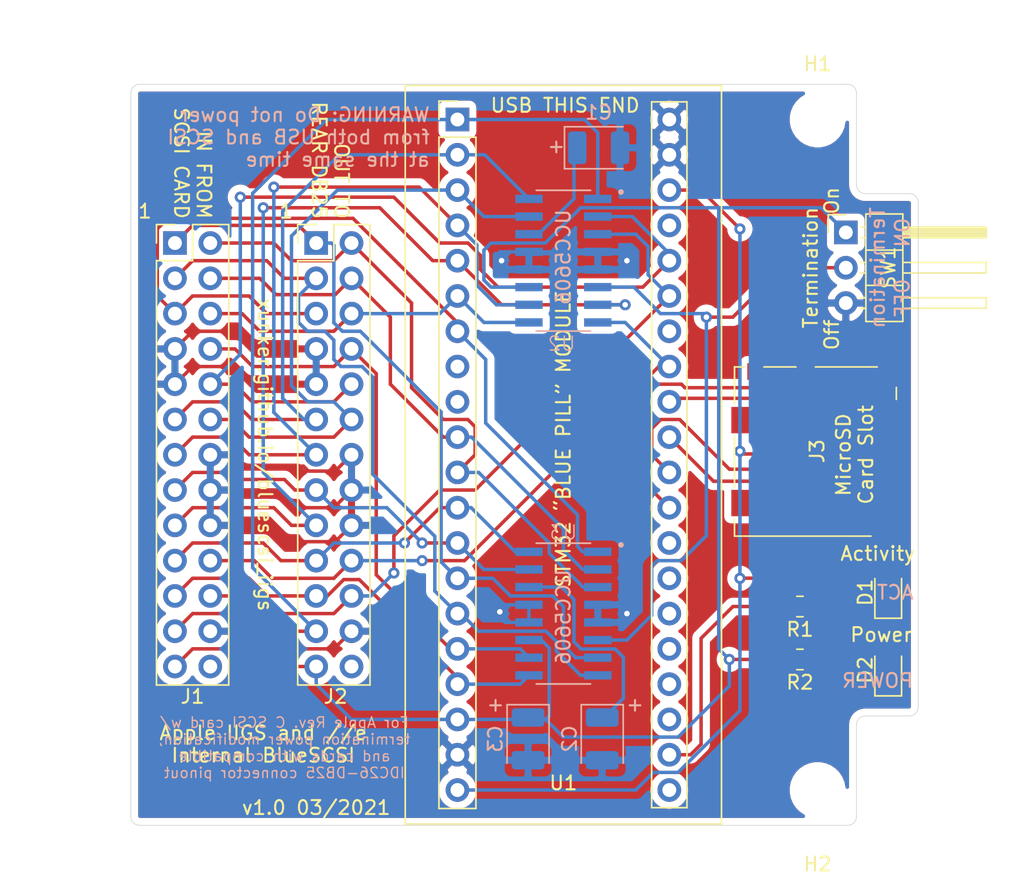
<source format=kicad_pcb>
(kicad_pcb (version 20171130) (host pcbnew "(5.1.8-0-10_14)")
  (layers (0 F.Cu signal) (31 B.Cu signal) (34 B.Paste user) (35 F.Paste user) (36 B.SilkS user) (37 F.SilkS user) (38 B.Mask user) (39 F.Mask user) (44 Edge.Cuts user))
  (net 0 "")
  (net 1 "Net-(U1-Pad37)")
  (net 2 "Net-(U1-Pad34)")
  (net 3 "Net-(U1-Pad8)")
  (net 4 "Net-(U1-Pad9)")
  (net 5 "Net-(U1-Pad28)")
  (net 6 "Net-(U1-Pad25)")
  (net 7 "Net-(U1-Pad24)")
  (net 8 "Net-(U1-Pad23)")
  (net 9 "Net-(U1-Pad21)")
  (net 10 "Net-(J1-Pad26)")
  (net 11 "Net-(J2-Pad26)")
  (net 12 +5V)
  (net 13 GND)
  (net 14 /SCSI_DB4)
  (net 15 /SCSI_DB2)
  (net 16 /SCSI_DB1)
  (net 17 /SCSI_DBP)
  (net 18 /SCSI_SEL)
  (net 19 /SCSI_ATN)
  (net 20 /SCSI_C_D)
  (net 21 /SCSI_DB7)
  (net 22 /SCSI_DB6)
  (net 23 /SCSI_DB5)
  (net 24 /SCSI_DB3)
  (net 25 /SCSI_DB0)
  (net 26 /SCSI_BSY)
  (net 27 /SCSI_ACK)
  (net 28 /SCSI_RST)
  (net 29 /SCSI_I_O)
  (net 30 /SCSI_MSG)
  (net 31 /SCSI_REQ)
  (net 32 /SD_MISO)
  (net 33 /SD_CSK)
  (net 34 +3V3)
  (net 35 /SD_MOSI)
  (net 36 /SD_CS)
  (net 37 "Net-(J3-Pad8)")
  (net 38 "Net-(J3-Pad1)")
  (net 39 "Net-(D2-Pad2)")
  (net 40 "Net-(R1-Pad2)")
  (net 41 "Net-(C1-Pad1)")
  (net 42 "Net-(C2-Pad1)")
  (net 43 /TERM_DISC)
  (net 44 "Net-(D1-Pad1)")
  (net 45 /DEBUG_RX)
  (net 46 /DEBUG_TX)
  (module LED_SMD:LED_0805_2012Metric_Pad1.15x1.40mm_HandSolder (layer F.Cu) (at 183.388 90.424 90)
    (fp_text reference D2 (at 0 -1.65 90) (layer F.SilkS))
    (fp_text value LED)
    (pad 2 smd roundrect (at 1.025 0 90) (size 1.15 1.4) (layers F.Cu F.Paste F.Mask) (roundrect_rratio 0.217391) (net 39 "Net-(D2-Pad2)"))
    (pad 1 smd roundrect (at -1.025 0 90) (size 1.15 1.4) (layers F.Cu F.Paste F.Mask) (roundrect_rratio 0.217391) (net 13 GND))
  )
  (module LED_SMD:LED_0805_2012Metric_Pad1.15x1.40mm_HandSolder (layer F.Cu) (at 183.388 84.836 90)
    (fp_text reference D1 (at 0 -1.65 90) (layer F.SilkS))
    (fp_text value LED)
    (pad 2 smd roundrect (at 1.025 0 90) (size 1.15 1.4) (layers F.Cu F.Paste F.Mask) (roundrect_rratio 0.217391) (net 34 +3V3))
    (pad 1 smd roundrect (at -1.025 0 90) (size 1.15 1.4) (layers F.Cu F.Paste F.Mask) (roundrect_rratio 0.217391) (net 44 "Net-(D1-Pad1)"))
  )
  (module Resistor_SMD:R_0805_2012Metric_Pad1.20x1.40mm_HandSolder (layer F.Cu) (at 177.038 89.662 180)
    (fp_text reference R2 (at 0 -1.65) (layer F.SilkS))
    (fp_text value 470)
    (pad 2 smd roundrect (at 1 0 180) (size 1.2 1.4) (layers F.Cu F.Paste F.Mask) (roundrect_rratio 0.208333) (net 12 +5V))
    (pad 1 smd roundrect (at -1 0 180) (size 1.2 1.4) (layers F.Cu F.Paste F.Mask) (roundrect_rratio 0.208333) (net 39 "Net-(D2-Pad2)"))
  )
  (module Resistor_SMD:R_0805_2012Metric_Pad1.20x1.40mm_HandSolder (layer F.Cu) (at 177.038 85.852 180)
    (fp_text reference R1 (at 0 -1.65) (layer F.SilkS))
    (fp_text value 330)
    (pad 2 smd roundrect (at 1 0 180) (size 1.2 1.4) (layers F.Cu F.Paste F.Mask) (roundrect_rratio 0.208333) (net 40 "Net-(R1-Pad2)"))
    (pad 1 smd roundrect (at -1 0 180) (size 1.2 1.4) (layers F.Cu F.Paste F.Mask) (roundrect_rratio 0.208333) (net 44 "Net-(D1-Pad1)"))
  )
  (module Connector_PinHeader_2.54mm:PinHeader_1x03_P2.54mm_Horizontal (layer F.Cu) (at 180.34 58.928)
    (fp_text reference SW1 (at 3.048 2.54 90) (layer F.SilkS))
    (fp_text value SW_SPDT)
    (pad 3 thru_hole oval (at 0 5.08) (size 1.7 1.7) (drill 1) (layers *.Cu *.Mask) (net 13 GND))
    (pad 2 thru_hole oval (at 0 2.54) (size 1.7 1.7) (drill 1) (layers *.Cu *.Mask) (net 43 /TERM_DISC))
    (pad 1 thru_hole rect (at 0 0) (size 1.7 1.7) (drill 1) (layers *.Cu *.Mask) (net 12 +5V))
  )
  (module Capacitor_Tantalum_SMD:CP_EIA-3528-21_Kemet-B (layer B.Cu) (at 157.48 95.377 270)
    (fp_text reference C3 (at 0 2.35 270) (layer B.SilkS) (effects (justify mirror)))
    (fp_text value "4.7uF, 6.3v")
    (pad 2 smd roundrect (at 1.5375 0 270) (size 1.325 2.35) (layers B.Cu B.Paste B.Mask) (roundrect_rratio 0.1886777358490566) (net 13 GND))
    (pad 1 smd roundrect (at -1.5375 0 270) (size 1.325 2.35) (layers B.Cu B.Paste B.Mask) (roundrect_rratio 0.1886777358490566) (net 12 +5V))
  )
  (module Capacitor_Tantalum_SMD:CP_EIA-3528-21_Kemet-B (layer B.Cu) (at 162.814 95.377 270)
    (fp_text reference C2 (at 0 2.35 90) (layer B.SilkS) (effects (justify mirror)))
    (fp_text value "4.7uF, 6.3v")
    (pad 2 smd roundrect (at 1.5375 0 270) (size 1.325 2.35) (layers B.Cu B.Paste B.Mask) (roundrect_rratio 0.1886777358490566) (net 13 GND))
    (pad 1 smd roundrect (at -1.5375 0 270) (size 1.325 2.35) (layers B.Cu B.Paste B.Mask) (roundrect_rratio 0.1886777358490566) (net 42 "Net-(C2-Pad1)"))
  )
  (module Capacitor_Tantalum_SMD:CP_EIA-3528-21_Kemet-B (layer B.Cu) (at 162.56 52.832)
    (fp_text reference C1 (at 0 -2.54) (layer B.SilkS) (effects (justify mirror)))
    (fp_text value "4.7uF, 6.3v")
    (pad 2 smd roundrect (at 1.5375 0) (size 1.325 2.35) (layers B.Cu B.Paste B.Mask) (roundrect_rratio 0.1886777358490566) (net 13 GND))
    (pad 1 smd roundrect (at -1.5375 0) (size 1.325 2.35) (layers B.Cu B.Paste B.Mask) (roundrect_rratio 0.1886777358490566) (net 41 "Net-(C1-Pad1)"))
  )
  (module Connector_PinHeader_2.54mm:PinHeader_2x13_P2.54mm_Vertical (layer F.Cu) (at 142.24 59.69)
    (fp_text reference J2 (at 1.397 32.639) (layer F.SilkS))
    (fp_text value Conn_02x13_Top_Bottom)
    (pad 26 thru_hole oval (at 2.54 30.48) (size 1.7 1.7) (drill 1) (layers *.Cu *.Mask) (net 11 "Net-(J2-Pad26)"))
    (pad 25 thru_hole oval (at 0 30.48) (size 1.7 1.7) (drill 1) (layers *.Cu *.Mask) (net 12 +5V))
    (pad 24 thru_hole oval (at 2.54 27.94) (size 1.7 1.7) (drill 1) (layers *.Cu *.Mask) (net 13 GND))
    (pad 23 thru_hole oval (at 0 27.94) (size 1.7 1.7) (drill 1) (layers *.Cu *.Mask) (net 14 /SCSI_DB4))
    (pad 22 thru_hole oval (at 2.54 25.4) (size 1.7 1.7) (drill 1) (layers *.Cu *.Mask) (net 15 /SCSI_DB2))
    (pad 21 thru_hole oval (at 0 25.4) (size 1.7 1.7) (drill 1) (layers *.Cu *.Mask) (net 16 /SCSI_DB1))
    (pad 20 thru_hole oval (at 2.54 22.86) (size 1.7 1.7) (drill 1) (layers *.Cu *.Mask) (net 17 /SCSI_DBP))
    (pad 19 thru_hole oval (at 0 22.86) (size 1.7 1.7) (drill 1) (layers *.Cu *.Mask) (net 18 /SCSI_SEL))
    (pad 18 thru_hole oval (at 2.54 20.32) (size 1.7 1.7) (drill 1) (layers *.Cu *.Mask) (net 13 GND))
    (pad 17 thru_hole oval (at 0 20.32) (size 1.7 1.7) (drill 1) (layers *.Cu *.Mask) (net 19 /SCSI_ATN))
    (pad 16 thru_hole oval (at 2.54 17.78) (size 1.7 1.7) (drill 1) (layers *.Cu *.Mask) (net 13 GND))
    (pad 15 thru_hole oval (at 0 17.78) (size 1.7 1.7) (drill 1) (layers *.Cu *.Mask) (net 20 /SCSI_C_D))
    (pad 14 thru_hole oval (at 2.54 15.24) (size 1.7 1.7) (drill 1) (layers *.Cu *.Mask) (net 13 GND))
    (pad 13 thru_hole oval (at 0 15.24) (size 1.7 1.7) (drill 1) (layers *.Cu *.Mask) (net 21 /SCSI_DB7))
    (pad 12 thru_hole oval (at 2.54 12.7) (size 1.7 1.7) (drill 1) (layers *.Cu *.Mask) (net 22 /SCSI_DB6))
    (pad 11 thru_hole oval (at 0 12.7) (size 1.7 1.7) (drill 1) (layers *.Cu *.Mask) (net 23 /SCSI_DB5))
    (pad 10 thru_hole oval (at 2.54 10.16) (size 1.7 1.7) (drill 1) (layers *.Cu *.Mask) (net 24 /SCSI_DB3))
    (pad 9 thru_hole oval (at 0 10.16) (size 1.7 1.7) (drill 1) (layers *.Cu *.Mask) (net 13 GND))
    (pad 8 thru_hole oval (at 2.54 7.62) (size 1.7 1.7) (drill 1) (layers *.Cu *.Mask) (net 25 /SCSI_DB0))
    (pad 7 thru_hole oval (at 0 7.62) (size 1.7 1.7) (drill 1) (layers *.Cu *.Mask) (net 13 GND))
    (pad 6 thru_hole oval (at 2.54 5.08) (size 1.7 1.7) (drill 1) (layers *.Cu *.Mask) (net 26 /SCSI_BSY))
    (pad 5 thru_hole oval (at 0 5.08) (size 1.7 1.7) (drill 1) (layers *.Cu *.Mask) (net 27 /SCSI_ACK))
    (pad 4 thru_hole oval (at 2.54 2.54) (size 1.7 1.7) (drill 1) (layers *.Cu *.Mask) (net 28 /SCSI_RST))
    (pad 3 thru_hole oval (at 0 2.54) (size 1.7 1.7) (drill 1) (layers *.Cu *.Mask) (net 29 /SCSI_I_O))
    (pad 2 thru_hole oval (at 2.54 0) (size 1.7 1.7) (drill 1) (layers *.Cu *.Mask) (net 30 /SCSI_MSG))
    (pad 1 thru_hole rect (at 0 0) (size 1.7 1.7) (drill 1) (layers *.Cu *.Mask) (net 31 /SCSI_REQ))
  )
  (module "my library:YAAJ_BluePill_2" (layer F.Cu) (at 152.4 50.8)
    (fp_text reference U1 (at 7.62 47.752) (layer F.SilkS))
    (fp_text value YAAJ_BluePill hide)
    (pad 40 thru_hole circle (at 15.24 0) (size 1.7 1.7) (drill 1) (layers *.Cu *.Mask) (net 13 GND))
    (pad 1 thru_hole rect (at 0 0) (size 1.7 1.7) (drill 1) (layers *.Cu *.Mask) (net 14 /SCSI_DB4))
    (pad 39 thru_hole circle (at 15.24 2.54) (size 1.7 1.7) (drill 1) (layers *.Cu *.Mask) (net 13 GND))
    (pad 2 thru_hole circle (at 0 2.54) (size 1.7 1.7) (drill 1) (layers *.Cu *.Mask) (net 23 /SCSI_DB5))
    (pad 38 thru_hole circle (at 15.24 5.08) (size 1.7 1.7) (drill 1) (layers *.Cu *.Mask) (net 34 +3V3))
    (pad 3 thru_hole circle (at 0 5.08) (size 1.7 1.7) (drill 1) (layers *.Cu *.Mask) (net 22 /SCSI_DB6))
    (pad 37 thru_hole circle (at 15.24 7.62) (size 1.7 1.7) (drill 1) (layers *.Cu *.Mask) (net 1 "Net-(U1-Pad37)"))
    (pad 4 thru_hole circle (at 0 7.62) (size 1.7 1.7) (drill 1) (layers *.Cu *.Mask) (net 21 /SCSI_DB7))
    (pad 36 thru_hole circle (at 15.24 10.16) (size 1.7 1.7) (drill 1) (layers *.Cu *.Mask) (net 24 /SCSI_DB3))
    (pad 5 thru_hole circle (at 0 10.16) (size 1.7 1.7) (drill 1) (layers *.Cu *.Mask) (net 19 /SCSI_ATN))
    (pad 35 thru_hole circle (at 15.24 12.7) (size 1.7 1.7) (drill 1) (layers *.Cu *.Mask) (net 15 /SCSI_DB2))
    (pad 6 thru_hole circle (at 0 12.7) (size 1.7 1.7) (drill 1) (layers *.Cu *.Mask) (net 26 /SCSI_BSY))
    (pad 34 thru_hole circle (at 15.24 15.24) (size 1.7 1.7) (drill 1) (layers *.Cu *.Mask) (net 2 "Net-(U1-Pad34)"))
    (pad 7 thru_hole circle (at 0 15.24) (size 1.7 1.7) (drill 1) (layers *.Cu *.Mask) (net 27 /SCSI_ACK))
    (pad 33 thru_hole circle (at 15.24 17.78) (size 1.7 1.7) (drill 1) (layers *.Cu *.Mask) (net 17 /SCSI_DBP))
    (pad 8 thru_hole circle (at 0 17.78) (size 1.7 1.7) (drill 1) (layers *.Cu *.Mask) (net 3 "Net-(U1-Pad8)"))
    (pad 32 thru_hole circle (at 15.24 20.32) (size 1.7 1.7) (drill 1) (layers *.Cu *.Mask) (net 35 /SD_MOSI))
    (pad 9 thru_hole circle (at 0 20.32) (size 1.7 1.7) (drill 1) (layers *.Cu *.Mask) (net 4 "Net-(U1-Pad9)"))
    (pad 31 thru_hole circle (at 15.24 22.86) (size 1.7 1.7) (drill 1) (layers *.Cu *.Mask) (net 32 /SD_MISO))
    (pad 10 thru_hole circle (at 0 22.86) (size 1.7 1.7) (drill 1) (layers *.Cu *.Mask) (net 28 /SCSI_RST))
    (pad 30 thru_hole circle (at 15.24 25.4) (size 1.7 1.7) (drill 1) (layers *.Cu *.Mask) (net 33 /SD_CSK))
    (pad 11 thru_hole circle (at 0 25.4) (size 1.7 1.7) (drill 1) (layers *.Cu *.Mask) (net 30 /SCSI_MSG))
    (pad 29 thru_hole circle (at 15.24 27.94) (size 1.7 1.7) (drill 1) (layers *.Cu *.Mask) (net 36 /SD_CS))
    (pad 12 thru_hole circle (at 0 27.94) (size 1.7 1.7) (drill 1) (layers *.Cu *.Mask) (net 18 /SCSI_SEL))
    (pad 28 thru_hole circle (at 15.24 30.48) (size 1.7 1.7) (drill 1) (layers *.Cu *.Mask) (net 5 "Net-(U1-Pad28)"))
    (pad 13 thru_hole circle (at 0 30.48) (size 1.7 1.7) (drill 1) (layers *.Cu *.Mask) (net 20 /SCSI_C_D))
    (pad 27 thru_hole circle (at 15.24 33.02) (size 1.7 1.7) (drill 1) (layers *.Cu *.Mask) (net 45 /DEBUG_RX))
    (pad 14 thru_hole circle (at 0 33.02) (size 1.7 1.7) (drill 1) (layers *.Cu *.Mask) (net 31 /SCSI_REQ))
    (pad 26 thru_hole circle (at 15.24 35.56) (size 1.7 1.7) (drill 1) (layers *.Cu *.Mask) (net 46 /DEBUG_TX))
    (pad 15 thru_hole circle (at 0 35.56) (size 1.7 1.7) (drill 1) (layers *.Cu *.Mask) (net 29 /SCSI_I_O))
    (pad 25 thru_hole circle (at 15.24 38.1) (size 1.7 1.7) (drill 1) (layers *.Cu *.Mask) (net 6 "Net-(U1-Pad25)"))
    (pad 16 thru_hole circle (at 0 38.1) (size 1.7 1.7) (drill 1) (layers *.Cu *.Mask) (net 25 /SCSI_DB0))
    (pad 24 thru_hole circle (at 15.24 40.64) (size 1.7 1.7) (drill 1) (layers *.Cu *.Mask) (net 7 "Net-(U1-Pad24)"))
    (pad 17 thru_hole circle (at 0 40.64) (size 1.7 1.7) (drill 1) (layers *.Cu *.Mask) (net 16 /SCSI_DB1))
    (pad 23 thru_hole circle (at 15.24 43.18) (size 1.7 1.7) (drill 1) (layers *.Cu *.Mask) (net 8 "Net-(U1-Pad23)"))
    (pad 18 thru_hole circle (at 0 43.18) (size 1.7 1.7) (drill 1) (layers *.Cu *.Mask) (net 12 +5V))
    (pad 22 thru_hole circle (at 15.24 45.72) (size 1.7 1.7) (drill 1) (layers *.Cu *.Mask) (net 40 "Net-(R1-Pad2)"))
    (pad 19 thru_hole circle (at 0 45.72) (size 1.7 1.7) (drill 1) (layers *.Cu *.Mask) (net 13 GND))
    (pad 21 thru_hole circle (at 15.24 48.26) (size 1.7 1.7) (drill 1) (layers *.Cu *.Mask) (net 9 "Net-(U1-Pad21)"))
    (pad 20 thru_hole circle (at 0 48.26) (size 1.7 1.7) (drill 1) (layers *.Cu *.Mask) (net 34 +3V3))
  )
  (module "my library:SOIC127P600X175-16N" (layer B.Cu) (at 160.02 86.36 180)
    (fp_text reference U3 (at 0 5.842) (layer B.SilkS) (effects (font (thickness 0.1)) (justify mirror)))
    (fp_text value UCC5606)
    (pad 1 smd rect (at -2.475 4.445 180) (size 1.97 0.6) (layers B.Cu B.Paste B.Mask) (net 27 /SCSI_ACK))
    (pad 2 smd rect (at -2.475 3.175 180) (size 1.97 0.6) (layers B.Cu B.Paste B.Mask) (net 28 /SCSI_RST))
    (pad 3 smd rect (at -2.475 1.905 180) (size 1.97 0.6) (layers B.Cu B.Paste B.Mask) (net 30 /SCSI_MSG))
    (pad 4 smd rect (at -2.475 0.635 180) (size 1.97 0.6) (layers B.Cu B.Paste B.Mask) (net 13 GND))
    (pad 5 smd rect (at -2.475 -0.635 180) (size 1.97 0.6) (layers B.Cu B.Paste B.Mask) (net 13 GND))
    (pad 6 smd rect (at -2.475 -1.905 180) (size 1.97 0.6) (layers B.Cu B.Paste B.Mask) (net 43 /TERM_DISC))
    (pad 7 smd rect (at -2.475 -3.175 180) (size 1.97 0.6) (layers B.Cu B.Paste B.Mask) (net 31 /SCSI_REQ))
    (pad 8 smd rect (at -2.475 -4.445 180) (size 1.97 0.6) (layers B.Cu B.Paste B.Mask) (net 29 /SCSI_I_O))
    (pad 9 smd rect (at 2.475 -4.445 180) (size 1.97 0.6) (layers B.Cu B.Paste B.Mask) (net 16 /SCSI_DB1))
    (pad 10 smd rect (at 2.475 -3.175 180) (size 1.97 0.6) (layers B.Cu B.Paste B.Mask) (net 25 /SCSI_DB0))
    (pad 11 smd rect (at 2.475 -1.905 180) (size 1.97 0.6) (layers B.Cu B.Paste B.Mask) (net 12 +5V))
    (pad 12 smd rect (at 2.475 -0.635 180) (size 1.97 0.6) (layers B.Cu B.Paste B.Mask) (net 13 GND))
    (pad 13 smd rect (at 2.475 0.635 180) (size 1.97 0.6) (layers B.Cu B.Paste B.Mask) (net 13 GND))
    (pad 14 smd rect (at 2.475 1.905 180) (size 1.97 0.6) (layers B.Cu B.Paste B.Mask) (net 42 "Net-(C2-Pad1)"))
    (pad 15 smd rect (at 2.475 3.175 180) (size 1.97 0.6) (layers B.Cu B.Paste B.Mask) (net 20 /SCSI_C_D))
    (pad 16 smd rect (at 2.475 4.445 180) (size 1.97 0.6) (layers B.Cu B.Paste B.Mask) (net 18 /SCSI_SEL))
  )
  (module "my library:SOIC127P600X175-16N" (layer B.Cu) (at 160.02 60.96 180)
    (fp_text reference U2 (at 0.127 -5.969) (layer B.SilkS) (effects (font (thickness 0.1)) (justify mirror)))
    (fp_text value UCC5606)
    (pad 1 smd rect (at -2.475 4.445 180) (size 1.97 0.6) (layers B.Cu B.Paste B.Mask) (net 14 /SCSI_DB4))
    (pad 2 smd rect (at -2.475 3.175 180) (size 1.97 0.6) (layers B.Cu B.Paste B.Mask) (net 24 /SCSI_DB3))
    (pad 3 smd rect (at -2.475 1.905 180) (size 1.97 0.6) (layers B.Cu B.Paste B.Mask) (net 15 /SCSI_DB2))
    (pad 4 smd rect (at -2.475 0.635 180) (size 1.97 0.6) (layers B.Cu B.Paste B.Mask) (net 13 GND))
    (pad 5 smd rect (at -2.475 -0.635 180) (size 1.97 0.6) (layers B.Cu B.Paste B.Mask) (net 13 GND))
    (pad 6 smd rect (at -2.475 -1.905 180) (size 1.97 0.6) (layers B.Cu B.Paste B.Mask) (net 43 /TERM_DISC))
    (pad 7 smd rect (at -2.475 -3.175 180) (size 1.97 0.6) (layers B.Cu B.Paste B.Mask) (net 19 /SCSI_ATN))
    (pad 8 smd rect (at -2.475 -4.445 180) (size 1.97 0.6) (layers B.Cu B.Paste B.Mask) (net 17 /SCSI_DBP))
    (pad 9 smd rect (at 2.475 -4.445 180) (size 1.97 0.6) (layers B.Cu B.Paste B.Mask) (net 26 /SCSI_BSY))
    (pad 10 smd rect (at 2.475 -3.175 180) (size 1.97 0.6) (layers B.Cu B.Paste B.Mask) (net 21 /SCSI_DB7))
    (pad 11 smd rect (at 2.475 -1.905 180) (size 1.97 0.6) (layers B.Cu B.Paste B.Mask) (net 12 +5V))
    (pad 12 smd rect (at 2.475 -0.635 180) (size 1.97 0.6) (layers B.Cu B.Paste B.Mask) (net 13 GND))
    (pad 13 smd rect (at 2.475 0.635 180) (size 1.97 0.6) (layers B.Cu B.Paste B.Mask) (net 13 GND))
    (pad 14 smd rect (at 2.475 1.905 180) (size 1.97 0.6) (layers B.Cu B.Paste B.Mask) (net 41 "Net-(C1-Pad1)"))
    (pad 15 smd rect (at 2.475 3.175 180) (size 1.97 0.6) (layers B.Cu B.Paste B.Mask) (net 22 /SCSI_DB6))
    (pad 16 smd rect (at 2.475 4.445 180) (size 1.97 0.6) (layers B.Cu B.Paste B.Mask) (net 23 /SCSI_DB5))
  )
  (module MountingHole:MountingHole_3mm (layer F.Cu) (at 178.308 99.06)
    (fp_text reference H2 (at 0 5.334) (layer F.SilkS))
    (fp_text value MountingHole)
    (pad 1 np_thru_hole circle (at 0 0) (size 3 3) (drill 3) (layers *.Cu *.Mask))
  )
  (module MountingHole:MountingHole_3mm (layer F.Cu) (at 178.308 50.8)
    (fp_text reference H1 (at 0 -4) (layer F.SilkS))
    (fp_text value MountingHole)
    (pad 1 np_thru_hole circle (at 0 0) (size 3 3) (drill 3) (layers *.Cu *.Mask))
  )
  (module Connector_Card:microSD_HC_Molex_104031-0811 (layer F.Cu) (at 178.15 74.676 270)
    (fp_text reference J3 (at 0 -0.127 90) (layer F.SilkS))
    (fp_text value Micro_SD_Card)
    (pad 11 smd rect (at 3.73 5.375 270) (size 1.9 1.35) (layers F.Cu F.Paste F.Mask))
    (pad 11 smd rect (at -2.24 5.375 270) (size 1.9 1.35) (layers F.Cu F.Paste F.Mask))
    (pad 9 smd rect (at -5.74 0.7 270) (size 1.2 1) (layers F.Cu F.Paste F.Mask) (net 13 GND))
    (pad 10 smd rect (at -5.74 4.4 270) (size 1.2 1) (layers F.Cu F.Paste F.Mask))
    (pad 11 smd rect (at -5.565 -5.325 270) (size 1.55 1.35) (layers F.Cu F.Paste F.Mask))
    (pad 11 smd rect (at 5.755 -5.1 270) (size 1.17 1.8) (layers F.Cu F.Paste F.Mask))
    (pad 7 smd rect (at 3.495 -5.45 270) (size 0.85 1.1) (layers F.Cu F.Paste F.Mask) (net 32 /SD_MISO))
    (pad 6 smd rect (at 2.395 -5.45 270) (size 0.85 1.1) (layers F.Cu F.Paste F.Mask) (net 13 GND))
    (pad 5 smd rect (at 1.295 -5.45 270) (size 0.85 1.1) (layers F.Cu F.Paste F.Mask) (net 33 /SD_CSK))
    (pad 4 smd rect (at 0.195 -5.45 270) (size 0.85 1.1) (layers F.Cu F.Paste F.Mask) (net 34 +3V3))
    (pad 3 smd rect (at -0.905 -5.45 270) (size 0.85 1.1) (layers F.Cu F.Paste F.Mask) (net 35 /SD_MOSI))
    (pad 2 smd rect (at -2.005 -5.45 270) (size 0.85 1.1) (layers F.Cu F.Paste F.Mask) (net 36 /SD_CS))
    (pad 8 smd rect (at 4.545 -5.45 270) (size 0.75 1.1) (layers F.Cu F.Paste F.Mask) (net 37 "Net-(J3-Pad8)"))
    (pad 1 smd rect (at -3.105 -5.45 270) (size 0.85 1.1) (layers F.Cu F.Paste F.Mask) (net 38 "Net-(J3-Pad1)"))
  )
  (module Connector_PinHeader_2.54mm:PinHeader_2x13_P2.54mm_Vertical (layer F.Cu) (at 132.08 59.69)
    (fp_text reference J1 (at 1.27 32.639) (layer F.SilkS))
    (fp_text value Conn_02x13_Top_Bottom)
    (pad 26 thru_hole oval (at 2.54 30.48) (size 1.7 1.7) (drill 1) (layers *.Cu *.Mask) (net 10 "Net-(J1-Pad26)"))
    (pad 25 thru_hole oval (at 0 30.48) (size 1.7 1.7) (drill 1) (layers *.Cu *.Mask) (net 12 +5V))
    (pad 24 thru_hole oval (at 2.54 27.94) (size 1.7 1.7) (drill 1) (layers *.Cu *.Mask) (net 13 GND))
    (pad 23 thru_hole oval (at 0 27.94) (size 1.7 1.7) (drill 1) (layers *.Cu *.Mask) (net 14 /SCSI_DB4))
    (pad 22 thru_hole oval (at 2.54 25.4) (size 1.7 1.7) (drill 1) (layers *.Cu *.Mask) (net 15 /SCSI_DB2))
    (pad 21 thru_hole oval (at 0 25.4) (size 1.7 1.7) (drill 1) (layers *.Cu *.Mask) (net 16 /SCSI_DB1))
    (pad 20 thru_hole oval (at 2.54 22.86) (size 1.7 1.7) (drill 1) (layers *.Cu *.Mask) (net 17 /SCSI_DBP))
    (pad 19 thru_hole oval (at 0 22.86) (size 1.7 1.7) (drill 1) (layers *.Cu *.Mask) (net 18 /SCSI_SEL))
    (pad 18 thru_hole oval (at 2.54 20.32) (size 1.7 1.7) (drill 1) (layers *.Cu *.Mask) (net 13 GND))
    (pad 17 thru_hole oval (at 0 20.32) (size 1.7 1.7) (drill 1) (layers *.Cu *.Mask) (net 19 /SCSI_ATN))
    (pad 16 thru_hole oval (at 2.54 17.78) (size 1.7 1.7) (drill 1) (layers *.Cu *.Mask) (net 13 GND))
    (pad 15 thru_hole oval (at 0 17.78) (size 1.7 1.7) (drill 1) (layers *.Cu *.Mask) (net 20 /SCSI_C_D))
    (pad 14 thru_hole oval (at 2.54 15.24) (size 1.7 1.7) (drill 1) (layers *.Cu *.Mask) (net 13 GND))
    (pad 13 thru_hole oval (at 0 15.24) (size 1.7 1.7) (drill 1) (layers *.Cu *.Mask) (net 21 /SCSI_DB7))
    (pad 12 thru_hole oval (at 2.54 12.7) (size 1.7 1.7) (drill 1) (layers *.Cu *.Mask) (net 22 /SCSI_DB6))
    (pad 11 thru_hole oval (at 0 12.7) (size 1.7 1.7) (drill 1) (layers *.Cu *.Mask) (net 23 /SCSI_DB5))
    (pad 10 thru_hole oval (at 2.54 10.16) (size 1.7 1.7) (drill 1) (layers *.Cu *.Mask) (net 24 /SCSI_DB3))
    (pad 9 thru_hole oval (at 0 10.16) (size 1.7 1.7) (drill 1) (layers *.Cu *.Mask) (net 13 GND))
    (pad 8 thru_hole oval (at 2.54 7.62) (size 1.7 1.7) (drill 1) (layers *.Cu *.Mask) (net 25 /SCSI_DB0))
    (pad 7 thru_hole oval (at 0 7.62) (size 1.7 1.7) (drill 1) (layers *.Cu *.Mask) (net 13 GND))
    (pad 6 thru_hole oval (at 2.54 5.08) (size 1.7 1.7) (drill 1) (layers *.Cu *.Mask) (net 26 /SCSI_BSY))
    (pad 5 thru_hole oval (at 0 5.08) (size 1.7 1.7) (drill 1) (layers *.Cu *.Mask) (net 27 /SCSI_ACK))
    (pad 4 thru_hole oval (at 2.54 2.54) (size 1.7 1.7) (drill 1) (layers *.Cu *.Mask) (net 28 /SCSI_RST))
    (pad 3 thru_hole oval (at 0 2.54) (size 1.7 1.7) (drill 1) (layers *.Cu *.Mask) (net 29 /SCSI_I_O))
    (pad 2 thru_hole oval (at 2.54 0) (size 1.7 1.7) (drill 1) (layers *.Cu *.Mask) (net 30 /SCSI_MSG))
    (pad 1 thru_hole rect (at 0 0) (size 1.7 1.7) (drill 1) (layers *.Cu *.Mask) (net 31 /SCSI_REQ))
  )
  (gr_text "WARNING: Do not power\nfrom both USB and SCSI\nat the same time" (at 150.495 52.07) (layer B.SilkS) (effects (font (size 1 1)) (justify left mirror)))
  (gr_line (start 181.737 93.726) (end 184.912 93.726) (layer Edge.Cuts) (width 0.05))
  (gr_line (start 181.102 94.361) (end 181.102 100.965) (layer Edge.Cuts) (width 0.05))
  (gr_arc (start 181.737 94.361) (end 181.737 93.726) (angle -90) (layer Edge.Cuts) (width 0.05))
  (gr_arc (start 184.912 93.091) (end 184.912 93.726) (angle -90) (layer Edge.Cuts) (width 0.05))
  (gr_line (start 181.737 56.134) (end 184.912 56.134) (layer Edge.Cuts) (width 0.05))
  (gr_arc (start 184.912 56.769) (end 185.547 56.769) (angle -90) (layer Edge.Cuts) (width 0.05))
  (gr_line (start 181.102 48.895) (end 181.102 55.499) (layer Edge.Cuts) (width 0.05))
  (gr_arc (start 181.737 55.499) (end 181.102 55.499) (angle -90) (layer Edge.Cuts) (width 0.05))
  (gr_text UCC5606 (at 160.02 60.706 90) (layer B.SilkS) (effects (font (size 1 1)) (justify mirror)))
  (gr_text UCC5606 (at 160.02 86.614 90) (layer B.SilkS) (effects (font (size 1 1)) (justify mirror)))
  (gr_text "For Apple Rev. C SCSI card w/\ntermination power modification,\nand cards with compatible\nIDC26-DB25 connector pinout" (at 139.954 96.012) (layer B.SilkS) (effects (font (size 0.75 0.75) (thickness 0.1)) (justify mirror)))
  (gr_arc (start 180.467 48.895) (end 181.102 48.895) (angle -90) (layer Edge.Cuts) (width 0.05))
  (gr_arc (start 180.467 100.965) (end 180.467 101.6) (angle -90) (layer Edge.Cuts) (width 0.05))
  (gr_arc (start 129.54 100.965) (end 128.905 100.965) (angle -90) (layer Edge.Cuts) (width 0.05))
  (gr_arc (start 129.54 48.895) (end 129.54 48.26) (angle -90) (layer Edge.Cuts) (width 0.05))
  (gr_text "MicroSD\nCard Slot" (at 180.975 74.93 90) (layer F.SilkS) (effects (font (size 1 1))))
  (gr_text Off (at 179.324 66.294 90) (layer F.SilkS) (effects (font (size 1 1))))
  (gr_text On (at 179.324 56.642 90) (layer F.SilkS) (effects (font (size 1 1))))
  (gr_text Termination (at 177.8 61.468 90) (layer F.SilkS) (effects (font (size 1 1))))
  (gr_text Power (at 182.88 87.884) (layer F.SilkS) (effects (font (size 1 1))))
  (gr_text Activity (at 182.626 82.042) (layer F.SilkS) (effects (font (size 1 1))))
  (gr_text xunker.github.io/bluescsi_iigs (at 138.557 74.93 270) (layer F.SilkS) (effects (font (size 1 1))))
  (gr_text "v1.0 03/2021" (at 142.24 100.33) (layer F.SilkS) (effects (font (size 1 1))))
  (gr_text "Apple IIGS and //e\nInternal BlueSCSI" (at 138.43 95.758) (layer F.SilkS) (effects (font (size 1 1))))
  (gr_text + (at 155.067 92.964 90) (layer B.SilkS) (effects (font (size 1 1)) (justify mirror)))
  (gr_text + (at 165.1 92.964 90) (layer B.SilkS) (effects (font (size 1 1)) (justify mirror)))
  (gr_text + (at 159.512 52.705) (layer B.SilkS) (effects (font (size 1 1)) (justify mirror)))
  (gr_text "ON   OFF" (at 184.404 61.468 90) (layer B.SilkS) (effects (font (size 1 1)) (justify mirror)))
  (gr_text POWER (at 182.626 91.186) (layer B.SilkS) (effects (font (size 1 1)) (justify mirror)))
  (gr_text ACT (at 183.896 84.836) (layer B.SilkS) (effects (font (size 1 1)) (justify mirror)))
  (gr_text Termination (at 182.626 61.468 90) (layer B.SilkS) (effects (font (size 1 1)) (justify mirror)))
  (gr_text "STM32 “BLUE PILL” MODULE" (at 160.02 73.787 90) (layer F.SilkS) (effects (font (size 1 1))))
  (gr_text 1 (at 129.921 57.404) (layer F.SilkS) (effects (font (size 1 1))))
  (gr_text 1 (at 140.081 57.404) (layer F.SilkS) (effects (font (size 1 1))))
  (gr_text "USB THIS END" (at 160.147 49.784) (layer F.SilkS) (effects (font (size 1 1))))
  (gr_text "OUT TO\nREAR DB25\n" (at 143.256 58.039 270) (layer F.SilkS) (effects (font (size 1 1)) (justify right)))
  (gr_text "IN FROM\nSCSI CARD" (at 133.35 58.039 270) (layer F.SilkS) (effects (font (size 1 1)) (justify right)))
  (gr_line (start 129.54 48.26) (end 180.467 48.26) (layer Edge.Cuts) (width 0.05))
  (gr_line (start 128.905 100.965) (end 128.905 48.895) (layer Edge.Cuts) (width 0.05))
  (gr_line (start 180.467 101.6) (end 129.54 101.6) (layer Edge.Cuts) (width 0.05))
  (gr_line (start 185.547 56.769) (end 185.547 93.091) (layer Edge.Cuts) (width 0.05))
  (segment (start 149.352 93.98) (end 152.4 93.98) (width 0.25) (layer B.Cu) (net 12))
  (segment (start 144.78 93.98) (end 149.352 93.98) (width 0.25) (layer B.Cu) (net 12))
  (segment (start 142.24 91.44) (end 144.78 93.98) (width 0.25) (layer B.Cu) (net 12))
  (segment (start 142.24 90.17) (end 142.24 91.44) (width 0.25) (layer B.Cu) (net 12))
  (segment (start 158.75 93.98) (end 152.4 93.98) (width 0.25) (layer B.Cu) (net 12))
  (segment (start 159.004 93.726) (end 158.75 93.98) (width 0.25) (layer B.Cu) (net 12))
  (segment (start 159.004 88.8425) (end 159.004 93.726) (width 0.25) (layer B.Cu) (net 12))
  (segment (start 158.4265 88.265) (end 159.004 88.8425) (width 0.25) (layer B.Cu) (net 12))
  (segment (start 157.545 88.265) (end 158.4265 88.265) (width 0.25) (layer B.Cu) (net 12))
  (segment (start 138.43 90.17) (end 142.24 90.17) (width 0.25) (layer F.Cu) (net 12))
  (segment (start 137.16 88.9) (end 138.43 90.17) (width 0.25) (layer F.Cu) (net 12))
  (segment (start 133.35 88.9) (end 137.16 88.9) (width 0.25) (layer F.Cu) (net 12))
  (segment (start 132.08 90.17) (end 133.35 88.9) (width 0.25) (layer F.Cu) (net 12))
  (segment (start 178.562 57.15) (end 180.34 58.928) (width 0.25) (layer B.Cu) (net 12))
  (segment (start 158.719998 59.69) (end 161.259998 57.15) (width 0.25) (layer B.Cu) (net 12))
  (segment (start 154.305 60.198) (end 154.813 59.69) (width 0.25) (layer B.Cu) (net 12))
  (segment (start 154.305 62.357) (end 154.305 60.198) (width 0.25) (layer B.Cu) (net 12))
  (segment (start 154.813 59.69) (end 158.719998 59.69) (width 0.25) (layer B.Cu) (net 12))
  (segment (start 161.259998 57.15) (end 178.562 57.15) (width 0.25) (layer B.Cu) (net 12))
  (segment (start 154.813 62.865) (end 154.305 62.357) (width 0.25) (layer B.Cu) (net 12))
  (segment (start 157.545 62.865) (end 154.813 62.865) (width 0.25) (layer B.Cu) (net 12))
  (via (at 171.957996 89.662) (size 0.8) (drill 0.4) (layers F.Cu B.Cu) (net 12))
  (segment (start 176.038 89.662) (end 171.957996 89.662) (width 0.25) (layer F.Cu) (net 12))
  (segment (start 171.196 88.900004) (end 171.196 57.15) (width 0.25) (layer B.Cu) (net 12))
  (segment (start 171.957996 89.662) (end 171.196 88.900004) (width 0.25) (layer B.Cu) (net 12))
  (segment (start 168.275 95.25) (end 171.957996 91.567004) (width 0.25) (layer B.Cu) (net 12))
  (segment (start 156.718 93.9665) (end 158.7365 93.9665) (width 0.25) (layer B.Cu) (net 12))
  (segment (start 158.7365 93.9665) (end 160.02 95.25) (width 0.25) (layer B.Cu) (net 12))
  (segment (start 171.957996 91.567004) (end 171.957996 89.662) (width 0.25) (layer B.Cu) (net 12))
  (segment (start 160.02 95.25) (end 168.275 95.25) (width 0.25) (layer B.Cu) (net 12))
  (via (at 155.448 86.233) (size 0.8) (drill 0.4) (layers F.Cu B.Cu) (net 13))
  (segment (start 155.575 85.725) (end 155.067 86.233) (width 0.25) (layer B.Cu) (net 13))
  (segment (start 157.545 85.725) (end 155.575 85.725) (width 0.25) (layer B.Cu) (net 13))
  (segment (start 155.829 86.995) (end 155.067 86.233) (width 0.25) (layer B.Cu) (net 13))
  (segment (start 157.545 86.995) (end 155.829 86.995) (width 0.25) (layer B.Cu) (net 13))
  (via (at 164.592 86.36) (size 0.8) (drill 0.4) (layers F.Cu B.Cu) (net 13))
  (segment (start 157.545 85.725) (end 157.545 86.995) (width 0.25) (layer B.Cu) (net 13))
  (segment (start 157.545 60.325) (end 162.495 60.325) (width 0.25) (layer B.Cu) (net 13))
  (segment (start 157.418 61.468) (end 157.545 61.595) (width 0.25) (layer B.Cu) (net 13))
  (segment (start 155.448 60.325) (end 155.448 60.833) (width 0.25) (layer B.Cu) (net 13))
  (segment (start 155.448 61.468) (end 155.575 61.468) (width 0.25) (layer B.Cu) (net 13))
  (segment (start 157.545 60.325) (end 155.448 60.325) (width 0.25) (layer B.Cu) (net 13))
  (via (at 164.592 60.96) (size 0.8) (drill 0.4) (layers F.Cu B.Cu) (net 13))
  (segment (start 155.575 61.468) (end 157.418 61.468) (width 0.25) (layer B.Cu) (net 13))
  (via (at 155.575 60.96) (size 0.8) (drill 0.4) (layers F.Cu B.Cu) (net 13))
  (segment (start 155.448 60.833) (end 155.448 61.468) (width 0.25) (layer B.Cu) (net 13))
  (segment (start 143.51 88.9) (end 144.78 87.63) (width 0.25) (layer F.Cu) (net 13))
  (segment (start 138.938 88.9) (end 143.51 88.9) (width 0.25) (layer F.Cu) (net 13))
  (segment (start 137.668 87.63) (end 138.938 88.9) (width 0.25) (layer F.Cu) (net 13))
  (segment (start 134.62 87.63) (end 137.668 87.63) (width 0.25) (layer F.Cu) (net 13))
  (segment (start 143.604999 81.185001) (end 144.78 80.01) (width 0.25) (layer F.Cu) (net 13))
  (segment (start 140.113001 81.185001) (end 143.604999 81.185001) (width 0.25) (layer F.Cu) (net 13))
  (segment (start 138.938 80.01) (end 140.113001 81.185001) (width 0.25) (layer F.Cu) (net 13))
  (segment (start 134.62 80.01) (end 138.938 80.01) (width 0.25) (layer F.Cu) (net 13))
  (segment (start 143.51 78.74) (end 144.78 77.47) (width 0.25) (layer F.Cu) (net 13))
  (segment (start 140.462 78.74) (end 143.51 78.74) (width 0.25) (layer F.Cu) (net 13))
  (segment (start 139.192 77.47) (end 140.462 78.74) (width 0.25) (layer F.Cu) (net 13))
  (segment (start 134.62 77.47) (end 139.192 77.47) (width 0.25) (layer F.Cu) (net 13))
  (segment (start 137.857795 67.31) (end 142.24 67.31) (width 0.25) (layer F.Cu) (net 13))
  (segment (start 136.587795 66.04) (end 137.857795 67.31) (width 0.25) (layer F.Cu) (net 13))
  (segment (start 133.35 66.04) (end 136.587795 66.04) (width 0.25) (layer F.Cu) (net 13))
  (segment (start 132.08 67.31) (end 133.35 66.04) (width 0.25) (layer F.Cu) (net 13))
  (segment (start 137.668 69.85) (end 142.24 69.85) (width 0.25) (layer F.Cu) (net 13))
  (segment (start 133.35 68.58) (end 136.398 68.58) (width 0.25) (layer F.Cu) (net 13))
  (segment (start 136.398 68.58) (end 137.668 69.85) (width 0.25) (layer F.Cu) (net 13))
  (segment (start 132.08 69.85) (end 133.35 68.58) (width 0.25) (layer F.Cu) (net 13))
  (segment (start 143.604999 76.105001) (end 144.78 74.93) (width 0.25) (layer F.Cu) (net 13))
  (segment (start 141.675999 76.105001) (end 143.604999 76.105001) (width 0.25) (layer F.Cu) (net 13))
  (segment (start 136.90049 75.74999) (end 141.320988 75.74999) (width 0.25) (layer F.Cu) (net 13))
  (segment (start 136.0805 74.93) (end 136.90049 75.74999) (width 0.25) (layer F.Cu) (net 13))
  (segment (start 141.320988 75.74999) (end 141.675999 76.105001) (width 0.25) (layer F.Cu) (net 13))
  (segment (start 134.62 74.93) (end 136.0805 74.93) (width 0.25) (layer F.Cu) (net 13))
  (segment (start 142.24 87.63) (end 142.24 87.63141) (width 0.25) (layer F.Cu) (net 14))
  (segment (start 132.715 87.63) (end 132.71641 87.63) (width 0.25) (layer F.Cu) (net 14))
  (segment (start 137.668 56.113986) (end 137.668 83.058) (width 0.25) (layer B.Cu) (net 14))
  (segment (start 142.981986 50.8) (end 137.668 56.113986) (width 0.25) (layer B.Cu) (net 14))
  (segment (start 152.4 50.8) (end 142.981986 50.8) (width 0.25) (layer B.Cu) (net 14))
  (segment (start 137.668 83.058) (end 141.390001 86.780001) (width 0.25) (layer B.Cu) (net 14))
  (segment (start 141.390001 86.780001) (end 142.24 87.63) (width 0.25) (layer B.Cu) (net 14))
  (segment (start 162.495 51.751) (end 162.495 56.515) (width 0.25) (layer B.Cu) (net 14))
  (segment (start 161.544 50.8) (end 162.495 51.751) (width 0.25) (layer B.Cu) (net 14))
  (segment (start 152.4 50.8) (end 161.544 50.8) (width 0.25) (layer B.Cu) (net 14))
  (segment (start 138.684 87.63) (end 142.24 87.63) (width 0.25) (layer F.Cu) (net 14))
  (segment (start 137.414 86.36) (end 138.684 87.63) (width 0.25) (layer F.Cu) (net 14))
  (segment (start 133.35 86.36) (end 137.414 86.36) (width 0.25) (layer F.Cu) (net 14))
  (segment (start 132.08 87.63) (end 133.35 86.36) (width 0.25) (layer F.Cu) (net 14))
  (segment (start 166.116 61.976) (end 167.64 63.5) (width 0.25) (layer B.Cu) (net 15))
  (segment (start 166.116 59.944) (end 166.116 61.976) (width 0.25) (layer B.Cu) (net 15))
  (segment (start 165.227 59.055) (end 166.116 59.944) (width 0.25) (layer B.Cu) (net 15))
  (segment (start 162.495 59.055) (end 165.227 59.055) (width 0.25) (layer B.Cu) (net 15))
  (via (at 147.828 83.439) (size 0.8) (drill 0.4) (layers F.Cu B.Cu) (net 15))
  (segment (start 147.828 80.772) (end 147.828 83.439) (width 0.25) (layer F.Cu) (net 15))
  (segment (start 144.78 85.09) (end 146.177 85.09) (width 0.25) (layer B.Cu) (net 15))
  (segment (start 167.64 63.5) (end 153.67 77.47) (width 0.25) (layer F.Cu) (net 15))
  (segment (start 153.67 77.47) (end 151.13 77.47) (width 0.25) (layer F.Cu) (net 15))
  (segment (start 151.13 77.47) (end 147.828 80.772) (width 0.25) (layer F.Cu) (net 15))
  (segment (start 146.177 85.09) (end 147.828 83.439) (width 0.25) (layer B.Cu) (net 15))
  (segment (start 138.684 86.36) (end 143.51 86.36) (width 0.25) (layer F.Cu) (net 15))
  (segment (start 137.414 85.09) (end 138.684 86.36) (width 0.25) (layer F.Cu) (net 15))
  (segment (start 143.51 86.36) (end 144.78 85.09) (width 0.25) (layer F.Cu) (net 15))
  (segment (start 134.62 85.09) (end 137.414 85.09) (width 0.25) (layer F.Cu) (net 15))
  (segment (start 156.91 91.44) (end 157.545 90.805) (width 0.25) (layer B.Cu) (net 16))
  (segment (start 152.4 91.44) (end 156.91 91.44) (width 0.25) (layer B.Cu) (net 16))
  (segment (start 145.344001 83.914999) (end 152.4 90.970998) (width 0.25) (layer F.Cu) (net 16))
  (segment (start 144.215999 83.914999) (end 145.344001 83.914999) (width 0.25) (layer F.Cu) (net 16))
  (segment (start 143.040998 85.09) (end 144.215999 83.914999) (width 0.25) (layer F.Cu) (net 16))
  (segment (start 152.4 90.970998) (end 152.4 91.44) (width 0.25) (layer F.Cu) (net 16))
  (segment (start 142.24 85.09) (end 143.040998 85.09) (width 0.25) (layer F.Cu) (net 16))
  (segment (start 137.414 83.82) (end 138.684 85.09) (width 0.25) (layer F.Cu) (net 16))
  (segment (start 133.35 83.82) (end 137.414 83.82) (width 0.25) (layer F.Cu) (net 16))
  (segment (start 138.684 85.09) (end 142.24 85.09) (width 0.25) (layer F.Cu) (net 16))
  (segment (start 132.08 85.09) (end 133.35 83.82) (width 0.25) (layer F.Cu) (net 16))
  (segment (start 167.475412 68.58) (end 167.64 68.58) (width 0.25) (layer F.Cu) (net 17))
  (segment (start 167.64 68.58) (end 166.878 68.58) (width 0.25) (layer F.Cu) (net 17))
  (segment (start 152.908 82.55) (end 149.86 82.55) (width 0.25) (layer F.Cu) (net 17))
  (segment (start 144.78 82.55) (end 149.86 82.55) (width 0.25) (layer B.Cu) (net 17))
  (via (at 149.86 82.55) (size 0.8) (drill 0.4) (layers F.Cu B.Cu) (net 17))
  (segment (start 164.465 65.405) (end 162.495 65.405) (width 0.25) (layer B.Cu) (net 17))
  (segment (start 167.64 68.58) (end 164.465 65.405) (width 0.25) (layer B.Cu) (net 17))
  (segment (start 166.878 68.58) (end 152.908 82.55) (width 0.25) (layer F.Cu) (net 17))
  (segment (start 143.51 83.82) (end 144.78 82.55) (width 0.25) (layer F.Cu) (net 17))
  (segment (start 139.065 83.82) (end 143.51 83.82) (width 0.25) (layer F.Cu) (net 17))
  (segment (start 137.795 82.55) (end 139.065 83.82) (width 0.25) (layer F.Cu) (net 17))
  (segment (start 134.62 82.55) (end 137.795 82.55) (width 0.25) (layer F.Cu) (net 17))
  (segment (start 151.892 79.248) (end 152.4 78.74) (width 0.25) (layer B.Cu) (net 18))
  (segment (start 156.56 81.915) (end 157.545 81.915) (width 0.25) (layer B.Cu) (net 18))
  (segment (start 153.385 78.74) (end 156.56 81.915) (width 0.25) (layer B.Cu) (net 18))
  (segment (start 152.4 78.74) (end 153.385 78.74) (width 0.25) (layer B.Cu) (net 18))
  (segment (start 143.51 81.28) (end 148.59 81.28) (width 0.25) (layer B.Cu) (net 18))
  (via (at 148.59 81.28) (size 0.8) (drill 0.4) (layers F.Cu B.Cu) (net 18))
  (segment (start 142.24 82.55) (end 143.51 81.28) (width 0.25) (layer B.Cu) (net 18))
  (segment (start 151.13 78.74) (end 148.59 81.28) (width 0.25) (layer F.Cu) (net 18))
  (segment (start 152.4 78.74) (end 151.13 78.74) (width 0.25) (layer F.Cu) (net 18))
  (segment (start 139.7 82.55) (end 142.24 82.55) (width 0.25) (layer F.Cu) (net 18))
  (segment (start 138.43 81.28) (end 139.7 82.55) (width 0.25) (layer F.Cu) (net 18))
  (segment (start 133.35 81.28) (end 138.43 81.28) (width 0.25) (layer F.Cu) (net 18))
  (segment (start 132.08 82.55) (end 133.35 81.28) (width 0.25) (layer F.Cu) (net 18))
  (via (at 164.465 64.135) (size 0.8) (drill 0.4) (layers F.Cu B.Cu) (net 19))
  (segment (start 152.4 60.96) (end 152.4 61.468) (width 0.25) (layer B.Cu) (net 19))
  (segment (start 162.495 64.135) (end 164.465 64.135) (width 0.25) (layer B.Cu) (net 19))
  (segment (start 138.43 76.2) (end 138.43 57.150006) (width 0.25) (layer B.Cu) (net 19))
  (via (at 138.43 57.150006) (size 0.8) (drill 0.4) (layers F.Cu B.Cu) (net 19))
  (segment (start 142.24 80.01) (end 138.43 76.2) (width 0.25) (layer B.Cu) (net 19))
  (segment (start 155.575 64.135) (end 161.544 64.135) (width 0.25) (layer F.Cu) (net 19))
  (segment (start 161.544 64.135) (end 164.465 64.135) (width 0.25) (layer F.Cu) (net 19))
  (segment (start 152.4 60.96) (end 155.575 64.135) (width 0.25) (layer F.Cu) (net 19))
  (segment (start 146.812006 57.150006) (end 138.43 57.150006) (width 0.25) (layer F.Cu) (net 19))
  (segment (start 150.622 60.96) (end 146.812006 57.150006) (width 0.25) (layer F.Cu) (net 19))
  (segment (start 152.4 60.96) (end 150.622 60.96) (width 0.25) (layer F.Cu) (net 19))
  (segment (start 140.462 80.01) (end 142.24 80.01) (width 0.25) (layer F.Cu) (net 19))
  (segment (start 139.192 78.74) (end 140.462 80.01) (width 0.25) (layer F.Cu) (net 19))
  (segment (start 133.35 78.74) (end 139.192 78.74) (width 0.25) (layer F.Cu) (net 19))
  (segment (start 132.08 80.01) (end 133.35 78.74) (width 0.25) (layer F.Cu) (net 19))
  (segment (start 154.305 83.185) (end 157.545 83.185) (width 0.25) (layer B.Cu) (net 20))
  (segment (start 152.4 81.28) (end 154.305 83.185) (width 0.25) (layer B.Cu) (net 20))
  (segment (start 152.4 81.28) (end 149.860004 81.28) (width 0.25) (layer F.Cu) (net 20))
  (via (at 149.860004 81.28) (size 0.8) (drill 0.4) (layers F.Cu B.Cu) (net 20))
  (segment (start 149.86 81.28) (end 149.860004 81.28) (width 0.25) (layer B.Cu) (net 20))
  (segment (start 147.32 78.74) (end 149.86 81.28) (width 0.25) (layer B.Cu) (net 20))
  (segment (start 143.51 78.74) (end 147.32 78.74) (width 0.25) (layer B.Cu) (net 20))
  (segment (start 142.24 77.47) (end 143.51 78.74) (width 0.25) (layer B.Cu) (net 20))
  (segment (start 140.716 77.47) (end 142.24 77.47) (width 0.25) (layer F.Cu) (net 20))
  (segment (start 136.398 76.708) (end 139.954 76.708) (width 0.25) (layer F.Cu) (net 20))
  (segment (start 135.89 76.2) (end 136.398 76.708) (width 0.25) (layer F.Cu) (net 20))
  (segment (start 133.35 76.2) (end 135.89 76.2) (width 0.25) (layer F.Cu) (net 20))
  (segment (start 139.954 76.708) (end 140.716 77.47) (width 0.25) (layer F.Cu) (net 20))
  (segment (start 132.08 77.47) (end 133.35 76.2) (width 0.25) (layer F.Cu) (net 20))
  (via (at 139.192 55.66299) (size 0.8) (drill 0.4) (layers F.Cu B.Cu) (net 21))
  (segment (start 149.64299 55.66299) (end 139.192 55.66299) (width 0.25) (layer F.Cu) (net 21))
  (segment (start 142.24 74.93) (end 139.192 71.882) (width 0.25) (layer B.Cu) (net 21))
  (segment (start 139.192 71.882) (end 139.192 55.66299) (width 0.25) (layer B.Cu) (net 21))
  (segment (start 152.4 58.42) (end 149.64299 55.66299) (width 0.25) (layer F.Cu) (net 21))
  (segment (start 155.2067 64.135) (end 157.545 64.135) (width 0.25) (layer B.Cu) (net 21))
  (segment (start 153.797 62.7253) (end 155.2067 64.135) (width 0.25) (layer B.Cu) (net 21))
  (segment (start 153.797 59.817) (end 153.797 62.7253) (width 0.25) (layer B.Cu) (net 21))
  (segment (start 152.4 58.42) (end 153.797 59.817) (width 0.25) (layer B.Cu) (net 21))
  (segment (start 137.414 74.93) (end 142.24 74.93) (width 0.25) (layer F.Cu) (net 21))
  (segment (start 136.144 73.66) (end 137.414 74.93) (width 0.25) (layer F.Cu) (net 21))
  (segment (start 133.35 73.66) (end 136.144 73.66) (width 0.25) (layer F.Cu) (net 21))
  (segment (start 132.08 74.93) (end 133.35 73.66) (width 0.25) (layer F.Cu) (net 21))
  (segment (start 154.305 57.785) (end 157.545 57.785) (width 0.25) (layer B.Cu) (net 22))
  (segment (start 152.4 55.88) (end 154.305 57.785) (width 0.25) (layer B.Cu) (net 22))
  (segment (start 143.764998 55.88) (end 152.4 55.88) (width 0.25) (layer B.Cu) (net 22))
  (segment (start 144.78 72.39) (end 143.51 71.12) (width 0.25) (layer B.Cu) (net 22))
  (segment (start 140.462 59.182998) (end 143.764998 55.88) (width 0.25) (layer B.Cu) (net 22))
  (segment (start 141.624499 71.12) (end 140.462 69.957501) (width 0.25) (layer B.Cu) (net 22))
  (segment (start 140.462 69.957501) (end 140.462 59.182998) (width 0.25) (layer B.Cu) (net 22))
  (segment (start 143.51 71.12) (end 141.624499 71.12) (width 0.25) (layer B.Cu) (net 22))
  (segment (start 143.51 73.66) (end 144.78 72.39) (width 0.25) (layer F.Cu) (net 22))
  (segment (start 136.144 72.39) (end 137.414 73.66) (width 0.25) (layer F.Cu) (net 22))
  (segment (start 137.414 73.66) (end 143.51 73.66) (width 0.25) (layer F.Cu) (net 22))
  (segment (start 134.62 72.39) (end 136.144 72.39) (width 0.25) (layer F.Cu) (net 22))
  (segment (start 154.37 53.34) (end 157.545 56.515) (width 0.25) (layer B.Cu) (net 23))
  (segment (start 152.4 53.34) (end 154.37 53.34) (width 0.25) (layer B.Cu) (net 23))
  (segment (start 139.827 70.866) (end 139.827 57.404) (width 0.25) (layer B.Cu) (net 23))
  (segment (start 139.827 57.404) (end 143.891 53.34) (width 0.25) (layer B.Cu) (net 23))
  (segment (start 141.351 72.39) (end 139.827 70.866) (width 0.25) (layer B.Cu) (net 23))
  (segment (start 143.891 53.34) (end 152.4 53.34) (width 0.25) (layer B.Cu) (net 23))
  (segment (start 142.24 72.39) (end 141.351 72.39) (width 0.25) (layer B.Cu) (net 23))
  (segment (start 136.3345 71.12) (end 137.6045 72.39) (width 0.25) (layer F.Cu) (net 23))
  (segment (start 133.35 71.12) (end 136.3345 71.12) (width 0.25) (layer F.Cu) (net 23))
  (segment (start 137.6045 72.39) (end 142.24 72.39) (width 0.25) (layer F.Cu) (net 23))
  (segment (start 132.08 72.39) (end 133.35 71.12) (width 0.25) (layer F.Cu) (net 23))
  (segment (start 144.78 69.85) (end 144.78 70.319002) (width 0.25) (layer F.Cu) (net 24))
  (segment (start 167.64 60.452) (end 167.64 60.96) (width 0.25) (layer B.Cu) (net 24))
  (segment (start 164.973 57.785) (end 167.64 60.452) (width 0.25) (layer B.Cu) (net 24))
  (segment (start 162.495 57.785) (end 164.973 57.785) (width 0.25) (layer B.Cu) (net 24))
  (via (at 136.779 56.388) (size 0.8) (drill 0.4) (layers F.Cu B.Cu) (net 24))
  (segment (start 136.779 67.691) (end 136.779 56.388) (width 0.25) (layer B.Cu) (net 24))
  (segment (start 134.62 69.85) (end 136.779 67.691) (width 0.25) (layer B.Cu) (net 24))
  (segment (start 138.753998 56.388) (end 136.779 56.388) (width 0.25) (layer F.Cu) (net 24))
  (segment (start 154.051 61.595) (end 154.051 60.579) (width 0.25) (layer F.Cu) (net 24))
  (segment (start 154.051 60.579) (end 153.162 59.69) (width 0.25) (layer F.Cu) (net 24))
  (segment (start 147.828 56.388) (end 138.753998 56.388) (width 0.25) (layer F.Cu) (net 24))
  (segment (start 153.162 59.69) (end 151.13 59.69) (width 0.25) (layer F.Cu) (net 24))
  (segment (start 155.321 62.865) (end 154.051 61.595) (width 0.25) (layer F.Cu) (net 24))
  (segment (start 165.735 62.865) (end 155.321 62.865) (width 0.25) (layer F.Cu) (net 24))
  (segment (start 151.13 59.69) (end 147.828 56.388) (width 0.25) (layer F.Cu) (net 24))
  (segment (start 167.64 60.96) (end 165.735 62.865) (width 0.25) (layer F.Cu) (net 24))
  (segment (start 137.634041 71.12) (end 143.51 71.12) (width 0.25) (layer F.Cu) (net 24))
  (segment (start 143.51 71.12) (end 144.78 69.85) (width 0.25) (layer F.Cu) (net 24))
  (segment (start 136.364041 69.85) (end 137.634041 71.12) (width 0.25) (layer F.Cu) (net 24))
  (segment (start 134.62 69.85) (end 136.364041 69.85) (width 0.25) (layer F.Cu) (net 24))
  (segment (start 156.91 88.9) (end 157.545 89.535) (width 0.25) (layer B.Cu) (net 25))
  (segment (start 152.4 88.9) (end 156.91 88.9) (width 0.25) (layer B.Cu) (net 25))
  (segment (start 146.558 69.088) (end 146.558 83.566) (width 0.25) (layer F.Cu) (net 25))
  (segment (start 151.892 88.9) (end 152.4 88.9) (width 0.25) (layer F.Cu) (net 25))
  (segment (start 146.558 83.566) (end 151.892 88.9) (width 0.25) (layer F.Cu) (net 25))
  (segment (start 144.78 67.31) (end 146.558 69.088) (width 0.25) (layer F.Cu) (net 25))
  (segment (start 137.668 68.58) (end 143.51 68.58) (width 0.25) (layer F.Cu) (net 25))
  (segment (start 143.51 68.58) (end 144.78 67.31) (width 0.25) (layer F.Cu) (net 25))
  (segment (start 136.398 67.31) (end 137.668 68.58) (width 0.25) (layer F.Cu) (net 25))
  (segment (start 134.62 67.31) (end 136.398 67.31) (width 0.25) (layer F.Cu) (net 25))
  (segment (start 154.305 65.405) (end 152.4 63.5) (width 0.25) (layer B.Cu) (net 26))
  (segment (start 157.545 65.405) (end 154.305 65.405) (width 0.25) (layer B.Cu) (net 26))
  (segment (start 151.13 64.77) (end 152.4 63.5) (width 0.25) (layer B.Cu) (net 26))
  (segment (start 144.78 64.77) (end 151.13 64.77) (width 0.25) (layer B.Cu) (net 26))
  (segment (start 143.51 66.04) (end 144.78 64.77) (width 0.25) (layer F.Cu) (net 26))
  (segment (start 138.176 66.04) (end 143.51 66.04) (width 0.25) (layer F.Cu) (net 26))
  (segment (start 136.906 64.77) (end 138.176 66.04) (width 0.25) (layer F.Cu) (net 26))
  (segment (start 134.62 64.77) (end 136.906 64.77) (width 0.25) (layer F.Cu) (net 26))
  (segment (start 152.305001 65.945001) (end 152.4 66.04) (width 0.25) (layer B.Cu) (net 27))
  (segment (start 161.417 81.915) (end 162.495 81.915) (width 0.25) (layer B.Cu) (net 27))
  (segment (start 161.036 81.534) (end 161.417 81.915) (width 0.25) (layer B.Cu) (net 27))
  (segment (start 161.036 79.248) (end 161.036 81.534) (width 0.25) (layer B.Cu) (net 27))
  (segment (start 154.432 72.644) (end 161.036 79.248) (width 0.25) (layer B.Cu) (net 27))
  (segment (start 154.432 68.072) (end 154.432 72.644) (width 0.25) (layer B.Cu) (net 27))
  (segment (start 152.4 66.04) (end 154.432 68.072) (width 0.25) (layer B.Cu) (net 27))
  (segment (start 137.414 63.5) (end 138.684 64.77) (width 0.25) (layer F.Cu) (net 27))
  (segment (start 133.35 63.5) (end 137.414 63.5) (width 0.25) (layer F.Cu) (net 27))
  (segment (start 138.684 64.77) (end 142.24 64.77) (width 0.25) (layer F.Cu) (net 27))
  (segment (start 132.08 64.77) (end 133.35 63.5) (width 0.25) (layer F.Cu) (net 27))
  (segment (start 144.887501 57.912) (end 152.4 65.424499) (width 0.25) (layer F.Cu) (net 27))
  (segment (start 132.08 64.77) (end 130.81 63.5) (width 0.25) (layer F.Cu) (net 27))
  (segment (start 130.81 63.5) (end 130.81 58.674998) (width 0.25) (layer F.Cu) (net 27))
  (segment (start 130.81 58.674998) (end 131.572998 57.912) (width 0.25) (layer F.Cu) (net 27))
  (segment (start 131.572998 57.912) (end 144.887501 57.912) (width 0.25) (layer F.Cu) (net 27))
  (segment (start 152.4 65.424499) (end 152.4 66.04) (width 0.25) (layer F.Cu) (net 27))
  (segment (start 161.417 83.185) (end 162.495 83.185) (width 0.25) (layer B.Cu) (net 28))
  (segment (start 160.02 81.788) (end 161.417 83.185) (width 0.25) (layer B.Cu) (net 28))
  (segment (start 160.02 80.264) (end 160.02 81.788) (width 0.25) (layer B.Cu) (net 28))
  (segment (start 153.416 73.66) (end 160.02 80.264) (width 0.25) (layer B.Cu) (net 28))
  (segment (start 152.4 73.66) (end 153.416 73.66) (width 0.25) (layer B.Cu) (net 28))
  (segment (start 151.384 73.66) (end 152.4 73.66) (width 0.25) (layer F.Cu) (net 28))
  (segment (start 147.574 69.85) (end 151.384 73.66) (width 0.25) (layer F.Cu) (net 28))
  (segment (start 147.574 65.024) (end 147.574 69.85) (width 0.25) (layer F.Cu) (net 28))
  (segment (start 144.78 62.23) (end 147.574 65.024) (width 0.25) (layer F.Cu) (net 28))
  (segment (start 139.351001 63.405001) (end 143.604999 63.405001) (width 0.25) (layer F.Cu) (net 28))
  (segment (start 138.176 62.23) (end 139.351001 63.405001) (width 0.25) (layer F.Cu) (net 28))
  (segment (start 143.604999 63.405001) (end 144.78 62.23) (width 0.25) (layer F.Cu) (net 28))
  (segment (start 134.62 62.23) (end 138.176 62.23) (width 0.25) (layer F.Cu) (net 28))
  (segment (start 161.26 90.805) (end 162.495 90.805) (width 0.25) (layer B.Cu) (net 29))
  (segment (start 159.512 89.057) (end 161.26 90.805) (width 0.25) (layer B.Cu) (net 29))
  (segment (start 152.654 86.36) (end 153.924 87.63) (width 0.25) (layer B.Cu) (net 29))
  (segment (start 158.780002 87.63) (end 159.512 88.361998) (width 0.25) (layer B.Cu) (net 29))
  (segment (start 153.924 87.63) (end 158.780002 87.63) (width 0.25) (layer B.Cu) (net 29))
  (segment (start 159.512 88.361998) (end 159.512 89.057) (width 0.25) (layer B.Cu) (net 29))
  (segment (start 152.4 86.36) (end 152.654 86.36) (width 0.25) (layer B.Cu) (net 29))
  (segment (start 150.774989 84.734989) (end 152.4 86.36) (width 0.25) (layer B.Cu) (net 29))
  (segment (start 150.774989 80.797989) (end 150.774989 84.734989) (width 0.25) (layer B.Cu) (net 29))
  (segment (start 146.304 76.327) (end 150.774989 80.797989) (width 0.25) (layer B.Cu) (net 29))
  (segment (start 146.304 69.342) (end 146.304 76.327) (width 0.25) (layer B.Cu) (net 29))
  (segment (start 144.018 68.58) (end 145.542 68.58) (width 0.25) (layer B.Cu) (net 29))
  (segment (start 143.51 68.072) (end 144.018 68.58) (width 0.25) (layer B.Cu) (net 29))
  (segment (start 143.51 66.675) (end 143.51 68.072) (width 0.25) (layer B.Cu) (net 29))
  (segment (start 141.605 66.04) (end 142.875 66.04) (width 0.25) (layer B.Cu) (net 29))
  (segment (start 140.97 63.5) (end 140.97 65.405) (width 0.25) (layer B.Cu) (net 29))
  (segment (start 140.97 65.405) (end 141.605 66.04) (width 0.25) (layer B.Cu) (net 29))
  (segment (start 142.875 66.04) (end 143.51 66.675) (width 0.25) (layer B.Cu) (net 29))
  (segment (start 145.542 68.58) (end 146.304 69.342) (width 0.25) (layer B.Cu) (net 29))
  (segment (start 142.24 62.23) (end 140.97 63.5) (width 0.25) (layer B.Cu) (net 29))
  (segment (start 139.954 62.23) (end 142.24 62.23) (width 0.25) (layer F.Cu) (net 29))
  (segment (start 138.684 60.96) (end 139.954 62.23) (width 0.25) (layer F.Cu) (net 29))
  (segment (start 133.35 60.96) (end 138.684 60.96) (width 0.25) (layer F.Cu) (net 29))
  (segment (start 132.08 62.23) (end 133.35 60.96) (width 0.25) (layer F.Cu) (net 29))
  (segment (start 153.924 76.2) (end 159.004 81.28) (width 0.25) (layer B.Cu) (net 30))
  (segment (start 152.4 76.2) (end 153.924 76.2) (width 0.25) (layer B.Cu) (net 30))
  (segment (start 161.432001 84.455) (end 162.495 84.455) (width 0.25) (layer B.Cu) (net 30))
  (segment (start 159.004 82.026999) (end 161.432001 84.455) (width 0.25) (layer B.Cu) (net 30))
  (segment (start 159.004 81.28) (end 159.004 82.026999) (width 0.25) (layer B.Cu) (net 30))
  (segment (start 153.67 74.93) (end 152.4 76.2) (width 0.25) (layer F.Cu) (net 30))
  (segment (start 153.67 72.917499) (end 153.67 74.93) (width 0.25) (layer F.Cu) (net 30))
  (segment (start 144.78 59.69) (end 149.098 64.008) (width 0.25) (layer F.Cu) (net 30))
  (segment (start 153.142501 72.39) (end 153.67 72.917499) (width 0.25) (layer F.Cu) (net 30))
  (segment (start 149.098 70.104) (end 151.384 72.39) (width 0.25) (layer F.Cu) (net 30))
  (segment (start 151.384 72.39) (end 153.142501 72.39) (width 0.25) (layer F.Cu) (net 30))
  (segment (start 149.098 64.008) (end 149.098 70.104) (width 0.25) (layer F.Cu) (net 30))
  (segment (start 143.51 60.96) (end 144.78 59.69) (width 0.25) (layer F.Cu) (net 30))
  (segment (start 140.462 60.96) (end 143.51 60.96) (width 0.25) (layer F.Cu) (net 30))
  (segment (start 139.192 59.69) (end 140.462 60.96) (width 0.25) (layer F.Cu) (net 30))
  (segment (start 134.62 59.69) (end 139.192 59.69) (width 0.25) (layer F.Cu) (net 30))
  (segment (start 142.113 59.817) (end 142.145001 59.784999) (width 0.25) (layer F.Cu) (net 31))
  (segment (start 160.909 89.535) (end 162.495 89.535) (width 0.25) (layer B.Cu) (net 31))
  (segment (start 160.02 88.646) (end 160.909 89.535) (width 0.25) (layer B.Cu) (net 31))
  (segment (start 156.21 85.09) (end 159.258 85.09) (width 0.25) (layer B.Cu) (net 31))
  (segment (start 160.02 85.852) (end 160.02 88.646) (width 0.25) (layer B.Cu) (net 31))
  (segment (start 159.258 85.09) (end 160.02 85.852) (width 0.25) (layer B.Cu) (net 31))
  (segment (start 154.94 83.82) (end 156.21 85.09) (width 0.25) (layer B.Cu) (net 31))
  (segment (start 152.4 83.82) (end 154.94 83.82) (width 0.25) (layer B.Cu) (net 31))
  (segment (start 140.97 58.42) (end 142.24 59.69) (width 0.25) (layer F.Cu) (net 31))
  (segment (start 133.35 58.42) (end 140.97 58.42) (width 0.25) (layer F.Cu) (net 31))
  (segment (start 132.08 59.69) (end 133.35 58.42) (width 0.25) (layer F.Cu) (net 31))
  (segment (start 151.225 71.85) (end 151.225 82.645) (width 0.25) (layer B.Cu) (net 31))
  (segment (start 145.415 66.04) (end 151.225 71.85) (width 0.25) (layer B.Cu) (net 31))
  (segment (start 143.51 59.86) (end 143.51 65.429) (width 0.25) (layer B.Cu) (net 31))
  (segment (start 143.51 65.429) (end 144.121 66.04) (width 0.25) (layer B.Cu) (net 31))
  (segment (start 151.225 82.645) (end 152.4 83.82) (width 0.25) (layer B.Cu) (net 31))
  (segment (start 143.34 59.69) (end 143.51 59.86) (width 0.25) (layer B.Cu) (net 31))
  (segment (start 144.121 66.04) (end 145.415 66.04) (width 0.25) (layer B.Cu) (net 31))
  (segment (start 142.24 59.69) (end 143.34 59.69) (width 0.25) (layer B.Cu) (net 31))
  (segment (start 170.815 76.835) (end 167.64 73.66) (width 0.25) (layer F.Cu) (net 32))
  (segment (start 183.758 78.171) (end 182.88 78.171) (width 0.25) (layer F.Cu) (net 32))
  (segment (start 181.544 76.835) (end 170.815 76.835) (width 0.25) (layer F.Cu) (net 32))
  (segment (start 182.88 78.171) (end 181.544 76.835) (width 0.25) (layer F.Cu) (net 32))
  (segment (start 168.382501 72.39) (end 171.963501 75.971) (width 0.25) (layer F.Cu) (net 33))
  (segment (start 171.963501 75.971) (end 183.758 75.971) (width 0.25) (layer F.Cu) (net 33))
  (segment (start 166.37 74.93) (end 166.37 73.044499) (width 0.25) (layer F.Cu) (net 33))
  (segment (start 167.64 76.2) (end 166.37 74.93) (width 0.25) (layer F.Cu) (net 33))
  (segment (start 166.37 73.044499) (end 167.024499 72.39) (width 0.25) (layer F.Cu) (net 33))
  (segment (start 167.024499 72.39) (end 168.382501 72.39) (width 0.25) (layer F.Cu) (net 33))
  (via (at 172.72 83.82) (size 0.8) (drill 0.4) (layers F.Cu B.Cu) (net 34))
  (segment (start 172.72 93.345) (end 172.72 83.82) (width 0.25) (layer B.Cu) (net 34))
  (segment (start 165.227 99.06) (end 166.497 97.79) (width 0.25) (layer B.Cu) (net 34))
  (segment (start 152.4 99.06) (end 165.227 99.06) (width 0.25) (layer B.Cu) (net 34))
  (segment (start 166.497 97.79) (end 168.275 97.79) (width 0.25) (layer B.Cu) (net 34))
  (segment (start 168.275 97.79) (end 172.72 93.345) (width 0.25) (layer B.Cu) (net 34))
  (segment (start 172.915 74.871) (end 172.72 74.676) (width 0.25) (layer F.Cu) (net 34))
  (segment (start 172.72 83.82) (end 172.72 74.676) (width 0.25) (layer B.Cu) (net 34))
  (segment (start 183.758 74.871) (end 172.915 74.871) (width 0.25) (layer F.Cu) (net 34))
  (via (at 172.72 74.676) (size 0.8) (drill 0.4) (layers F.Cu B.Cu) (net 34))
  (via (at 172.72 58.674004) (size 0.8) (drill 0.4) (layers F.Cu B.Cu) (net 34))
  (segment (start 172.72 74.676) (end 172.72 58.674004) (width 0.25) (layer B.Cu) (net 34))
  (segment (start 167.64 55.88) (end 169.925996 55.88) (width 0.25) (layer F.Cu) (net 34))
  (segment (start 169.925996 55.88) (end 172.72 58.674004) (width 0.25) (layer F.Cu) (net 34))
  (segment (start 172.729 83.811) (end 172.72 83.82) (width 0.25) (layer F.Cu) (net 34))
  (segment (start 183.388 83.811) (end 172.729 83.811) (width 0.25) (layer F.Cu) (net 34))
  (segment (start 180.086 70.866) (end 182.991 73.771) (width 0.25) (layer F.Cu) (net 35))
  (segment (start 168.202455 71.12) (end 168.456455 70.866) (width 0.25) (layer F.Cu) (net 35))
  (segment (start 182.991 73.771) (end 183.758 73.771) (width 0.25) (layer F.Cu) (net 35))
  (segment (start 168.456455 70.866) (end 180.086 70.866) (width 0.25) (layer F.Cu) (net 35))
  (segment (start 167.64 71.12) (end 168.202455 71.12) (width 0.25) (layer F.Cu) (net 35))
  (segment (start 182.907 72.671) (end 183.758 72.671) (width 0.25) (layer F.Cu) (net 36))
  (segment (start 180.34 70.104) (end 182.907 72.671) (width 0.25) (layer F.Cu) (net 36))
  (segment (start 168.763501 70.104) (end 180.34 70.104) (width 0.25) (layer F.Cu) (net 36))
  (segment (start 165.919989 70.70051) (end 166.770499 69.85) (width 0.25) (layer F.Cu) (net 36))
  (segment (start 166.770499 69.85) (end 168.509501 69.85) (width 0.25) (layer F.Cu) (net 36))
  (segment (start 168.509501 69.85) (end 168.763501 70.104) (width 0.25) (layer F.Cu) (net 36))
  (segment (start 165.919989 77.019989) (end 165.919989 70.70051) (width 0.25) (layer F.Cu) (net 36))
  (segment (start 167.64 78.74) (end 165.919989 77.019989) (width 0.25) (layer F.Cu) (net 36))
  (segment (start 178.308 89.408) (end 183.871 89.408) (width 0.25) (layer F.Cu) (net 39))
  (segment (start 176.038 85.852) (end 172.212 85.852) (width 0.25) (layer F.Cu) (net 40))
  (segment (start 172.212 85.852) (end 169.926 88.138) (width 0.25) (layer F.Cu) (net 40))
  (segment (start 169.164 96.52) (end 167.64 96.52) (width 0.25) (layer F.Cu) (net 40))
  (segment (start 169.926 88.138) (end 169.926 95.758) (width 0.25) (layer F.Cu) (net 40))
  (segment (start 169.926 95.758) (end 169.164 96.52) (width 0.25) (layer F.Cu) (net 40))
  (segment (start 157.545 59.055) (end 158.23 59.055) (width 0.25) (layer B.Cu) (net 41))
  (segment (start 160.782 56.503) (end 160.782 53.768) (width 0.25) (layer B.Cu) (net 41))
  (segment (start 160.782 53.768) (end 161.21 53.34) (width 0.25) (layer B.Cu) (net 41))
  (segment (start 158.23 59.055) (end 160.782 56.503) (width 0.25) (layer B.Cu) (net 41))
  (segment (start 164.338 92.456) (end 163.322 93.472) (width 0.25) (layer B.Cu) (net 42))
  (segment (start 164.338 89.507998) (end 164.338 92.456) (width 0.25) (layer B.Cu) (net 42))
  (segment (start 163.740001 88.909999) (end 164.338 89.507998) (width 0.25) (layer B.Cu) (net 42))
  (segment (start 157.545 84.455) (end 159.893 84.455) (width 0.25) (layer B.Cu) (net 42))
  (segment (start 161.299999 88.909999) (end 163.740001 88.909999) (width 0.25) (layer B.Cu) (net 42))
  (segment (start 160.782 85.344) (end 160.782 88.392) (width 0.25) (layer B.Cu) (net 42))
  (segment (start 160.782 88.392) (end 161.299999 88.909999) (width 0.25) (layer B.Cu) (net 42))
  (segment (start 159.893 84.455) (end 160.782 85.344) (width 0.25) (layer B.Cu) (net 42))
  (segment (start 170.307 65.024) (end 170.307 65.024) (width 0.25) (layer F.Cu) (net 43))
  (segment (start 164.592 88.265) (end 162.495 88.265) (width 0.25) (layer B.Cu) (net 43))
  (segment (start 166.37 86.487) (end 164.592 88.265) (width 0.25) (layer B.Cu) (net 43))
  (segment (start 166.37 82.950499) (end 166.37 86.487) (width 0.25) (layer B.Cu) (net 43))
  (segment (start 166.770499 82.55) (end 166.37 82.950499) (width 0.25) (layer B.Cu) (net 43))
  (segment (start 168.509501 82.55) (end 166.770499 82.55) (width 0.25) (layer B.Cu) (net 43))
  (segment (start 170.307 80.752501) (end 168.509501 82.55) (width 0.25) (layer B.Cu) (net 43))
  (segment (start 162.495 62.865) (end 165.1 62.865) (width 0.25) (layer B.Cu) (net 43))
  (segment (start 170.307 64.897) (end 170.307 80.752501) (width 0.25) (layer B.Cu) (net 43))
  (segment (start 167.005 64.77) (end 170.18 64.77) (width 0.25) (layer B.Cu) (net 43))
  (segment (start 165.1 62.865) (end 167.005 64.77) (width 0.25) (layer B.Cu) (net 43))
  (segment (start 170.18 64.77) (end 170.307 64.897) (width 0.25) (layer B.Cu) (net 43))
  (via (at 170.307 65.024006) (size 0.8) (drill 0.4) (layers F.Cu B.Cu) (net 43))
  (segment (start 172.211994 65.024006) (end 170.307 65.024006) (width 0.25) (layer F.Cu) (net 43))
  (segment (start 175.768 61.468) (end 172.211994 65.024006) (width 0.25) (layer F.Cu) (net 43))
  (segment (start 180.34 61.468) (end 175.768 61.468) (width 0.25) (layer F.Cu) (net 43))
  (segment (start 178.047 85.861) (end 183.388 85.861) (width 0.25) (layer F.Cu) (net 44))
  (segment (start 178.038 85.852) (end 178.047 85.861) (width 0.25) (layer F.Cu) (net 44))
  (zone (net 13) (net_name GND) (layer B.Cu) (connect_pads (clearance 0.508)) (min_thickness 0.254) (fill yes (arc_segments 32) (thermal_gap 0.508) (thermal_bridge_width 0.508))
    (polygon (pts (xy 186.69 102.87) (xy 128.27 102.87) (xy 128.27 46.99) (xy 186.69 46.99)))
  )
  (zone (net 13) (net_name GND) (layer F.Cu) (connect_pads (clearance 0.508)) (min_thickness 0.254) (fill yes (arc_segments 32) (thermal_gap 0.508) (thermal_bridge_width 0.508))
    (polygon (pts (xy 186.69 102.87) (xy 128.27 102.87) (xy 128.27 46.99) (xy 186.69 46.99)))
  )
)
</source>
